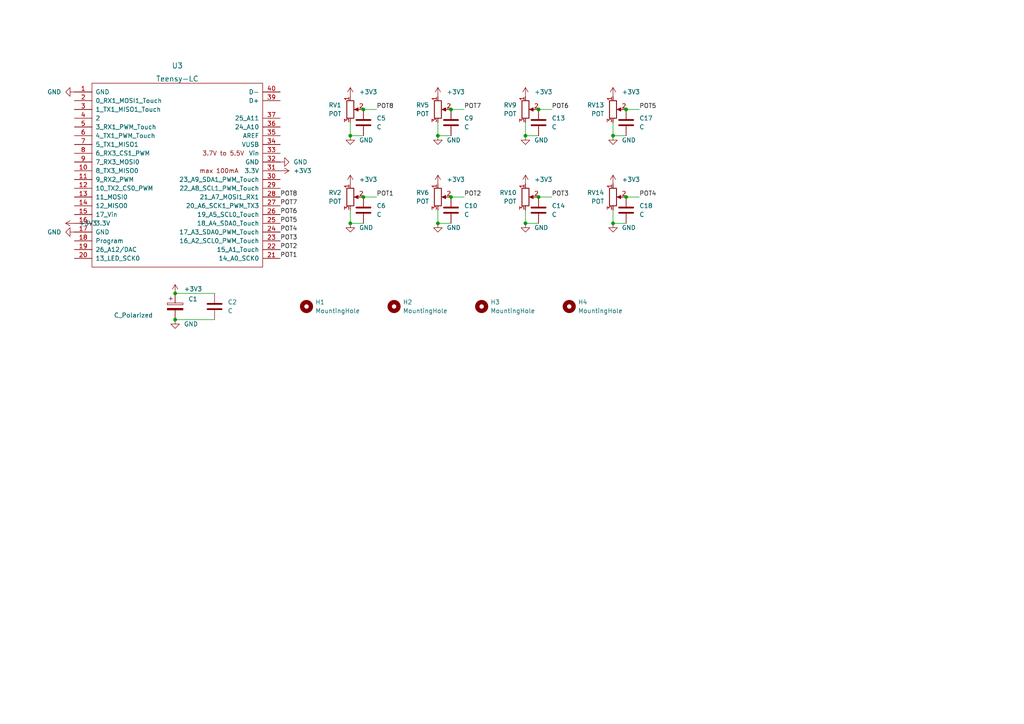
<source format=kicad_sch>
(kicad_sch (version 20211123) (generator eeschema)
  (paper "A4")
  (lib_symbols
    (symbol "Device:C" (pin_numbers hide) (pin_names (offset 0.254))
      (property "Reference" "C" (at 0.635 2.54 0))
      (property "Value" "C" (at 0.635 -2.54 0))
      (symbol "C_0_1"
        (polyline (pts (xy -2.032 -0.762) (xy 2.032 -0.762)) (stroke (width 0.508)))
        (polyline (pts (xy -2.032 0.762) (xy 2.032 0.762)) (stroke (width 0.508)))
      )
      (symbol "C_1_1"
        (pin passive line (at 0 3.81 270) (length 2.794) (name "~") (number "1"))
        (pin passive line (at 0 -3.81 90) (length 2.794) (name "~") (number "2"))
      )
    )
    (symbol "Device:C_Polarized" (pin_numbers hide) (pin_names (offset 0.254))
      (property "Reference" "C" (at 0.635 2.54 0))
      (property "Value" "C_Polarized" (at 0.635 -2.54 0))
      (symbol "C_Polarized_0_1"
        (rectangle (start -2.286 0.508) (end 2.286 1.016))
        (polyline (pts (xy -1.778 2.286) (xy -0.762 2.286)))
        (polyline (pts (xy -1.27 2.794) (xy -1.27 1.778)))
        (rectangle (start 2.286 -0.508) (end -2.286 -1.016) (fill (type outline)))
      )
      (symbol "C_Polarized_1_1"
        (pin passive line (at 0 3.81 270) (length 2.794) (name "~") (number "1"))
        (pin passive line (at 0 -3.81 90) (length 2.794) (name "~") (number "2"))
      )
    )
    (symbol "Device:R_Potentiometer" (pin_names (offset 1.016) hide)
      (property "Reference" "RV" (at -4.445 0 90))
      (property "Value" "R_Potentiometer" (at -2.54 0 90))
      (symbol "R_Potentiometer_0_1"
        (polyline (pts (xy 2.54 0) (xy 1.524 0)))
        (polyline (pts (xy 1.143 0) (xy 2.286 0.508) (xy 2.286 -0.508) (xy 1.143 0)) (fill (type outline)))
        (rectangle (start 1.016 2.54) (end -1.016 -2.54) (stroke (width 0.254)))
      )
      (symbol "R_Potentiometer_1_1"
        (pin passive line (at 0 3.81 270) (length 1.27) (name "1") (number "1"))
        (pin passive line (at 3.81 0 180) (length 1.27) (name "2") (number "2"))
        (pin passive line (at 0 -3.81 90) (length 1.27) (name "3") (number "3"))
      )
    )
    (symbol "Mechanical:MountingHole" (pin_names (offset 1.016))
      (property "Reference" "H" (at 0 5.08 0))
      (property "Value" "MountingHole" (at 0 3.175 0))
      (symbol "MountingHole_0_1"
        (circle (center 0 0) (radius 1.27) (stroke (width 1.27)))
      )
    )
    (symbol "power:+3V3" (power) (pin_names (offset 0))
      (property "Value" "+3V3" (at 0 3.556 0))
      (symbol "+3V3_0_1"
        (polyline (pts (xy -0.762 1.27) (xy 0 2.54)))
        (polyline (pts (xy 0 0) (xy 0 2.54)))
        (polyline (pts (xy 0 2.54) (xy 0.762 1.27)))
      )
      (symbol "+3V3_1_1"
        (pin power_in line (at 0 0 90) (length 0) hide (name "+3V3") (number "1"))
      )
    )
    (symbol "power:GND" (power) (pin_names (offset 0))
      (property "Value" "GND" (at 0 -3.81 0))
      (symbol "GND_0_1"
        (polyline (pts (xy 0 0) (xy 0 -1.27) (xy 1.27 -1.27) (xy 0 -2.54) (xy -1.27 -1.27) (xy 0 -1.27)))
      )
      (symbol "GND_1_1"
        (pin power_in line (at 0 0 270) (length 0) hide (name "GND") (number "1"))
      )
    )
    (symbol "teensy:Teensy-LC" (pin_names (offset 1.016))
      (property "Reference" "U" (at 0 29.21 0))
      (property "Value" "Teensy-LC" (at 0 -29.21 0))
      (symbol "Teensy-LC_0_0"
        (text "3.7V to 5.5V" (at 13.97 6.35 0) (effects (font (size 1.27 1.27))))
        (text "max 100mA" (at 12.7 1.27 0) (effects (font (size 1.27 1.27))))
      )
      (symbol "Teensy-LC_0_1"
        (rectangle (start -24.13 26.67) (end 25.4 -26.67))
      )
      (symbol "Teensy-LC_1_1"
        (pin power_in line (at -29.21 24.13 0) (length 5.08) (name "GND") (number "1"))
        (pin bidirectional line (at -29.21 1.27 0) (length 5.08) (name "8_TX3_MISO0") (number "10"))
        (pin bidirectional line (at -29.21 -1.27 0) (length 5.08) (name "9_RX2_PWM") (number "11"))
        (pin bidirectional line (at -29.21 -3.81 0) (length 5.08) (name "10_TX2_CS0_PWM") (number "12"))
        (pin bidirectional line (at -29.21 -6.35 0) (length 5.08) (name "11_MOSI0") (number "13"))
        (pin bidirectional line (at -29.21 -8.89 0) (length 5.08) (name "12_MISO0") (number "14"))
        (pin output line (at -29.21 -11.43 0) (length 5.08) (name "17_Vin") (number "15"))
        (pin power_in line (at -29.21 -13.97 0) (length 5.08) (name "3.3V") (number "16"))
        (pin power_in line (at -29.21 -16.51 0) (length 5.08) (name "GND") (number "17"))
        (pin input line (at -29.21 -19.05 0) (length 5.08) (name "Program") (number "18"))
        (pin bidirectional line (at -29.21 -21.59 0) (length 5.08) (name "26_A12/DAC") (number "19"))
        (pin bidirectional line (at -29.21 21.59 0) (length 5.08) (name "0_RX1_MOSI1_Touch") (number "2"))
        (pin bidirectional line (at -29.21 -24.13 0) (length 5.08) (name "13_LED_SCK0") (number "20"))
        (pin bidirectional line (at 30.48 -24.13 180) (length 5.08) (name "14_A0_SCK0") (number "21"))
        (pin bidirectional line (at 30.48 -21.59 180) (length 5.08) (name "15_A1_Touch") (number "22"))
        (pin bidirectional line (at 30.48 -19.05 180) (length 5.08) (name "16_A2_SCL0_PWM_Touch") (number "23"))
        (pin bidirectional line (at 30.48 -16.51 180) (length 5.08) (name "17_A3_SDA0_PWM_Touch") (number "24"))
        (pin bidirectional line (at 30.48 -13.97 180) (length 5.08) (name "18_A4_SDA0_Touch") (number "25"))
        (pin bidirectional line (at 30.48 -11.43 180) (length 5.08) (name "19_A5_SCL0_Touch") (number "26"))
        (pin bidirectional line (at 30.48 -8.89 180) (length 5.08) (name "20_A6_SCK1_PWM_TX3") (number "27"))
        (pin bidirectional line (at 30.48 -6.35 180) (length 5.08) (name "21_A7_MOSI1_RX1") (number "28"))
        (pin bidirectional line (at 30.48 -3.81 180) (length 5.08) (name "22_A8_SCL1_PWM_Touch") (number "29"))
        (pin bidirectional line (at -29.21 19.05 0) (length 5.08) (name "1_TX1_MISO1_Touch") (number "3"))
        (pin bidirectional line (at 30.48 -1.27 180) (length 5.08) (name "23_A9_SDA1_PWM_Touch") (number "30"))
        (pin power_out line (at 30.48 1.27 180) (length 5.08) (name "3.3V") (number "31"))
        (pin power_in line (at 30.48 3.81 180) (length 5.08) (name "GND") (number "32"))
        (pin power_in line (at 30.48 6.35 180) (length 5.08) (name "Vin") (number "33"))
        (pin power_in line (at 30.48 8.89 180) (length 5.08) (name "VUSB") (number "34"))
        (pin input line (at 30.48 11.43 180) (length 5.08) (name "AREF") (number "35"))
        (pin bidirectional line (at 30.48 13.97 180) (length 5.08) (name "24_A10") (number "36"))
        (pin bidirectional line (at 30.48 16.51 180) (length 5.08) (name "25_A11") (number "37"))
        (pin bidirectional line (at 30.48 21.59 180) (length 5.08) (name "D+") (number "39"))
        (pin bidirectional line (at -29.21 16.51 0) (length 5.08) (name "2") (number "4"))
        (pin bidirectional line (at 30.48 24.13 180) (length 5.08) (name "D-") (number "40"))
        (pin bidirectional line (at -29.21 13.97 0) (length 5.08) (name "3_RX1_PWM_Touch") (number "5"))
        (pin bidirectional line (at -29.21 11.43 0) (length 5.08) (name "4_TX1_PWM_Touch") (number "6"))
        (pin bidirectional line (at -29.21 8.89 0) (length 5.08) (name "5_TX1_MISO1") (number "7"))
        (pin bidirectional line (at -29.21 6.35 0) (length 5.08) (name "6_RX3_CS1_PWM") (number "8"))
        (pin bidirectional line (at -29.21 3.81 0) (length 5.08) (name "7_RX3_MOSI0") (number "9"))
      )
    )
  )
  (junction (at 177.8 64.77))
  (junction (at 156.21 31.75))
  (junction (at 50.8 85.09))
  (junction (at 105.41 57.15))
  (junction (at 181.61 31.75))
  (junction (at 130.81 31.75))
  (junction (at 127 64.77))
  (junction (at 50.8 92.71))
  (junction (at 127 39.37))
  (junction (at 101.6 39.37))
  (junction (at 177.8 39.37))
  (junction (at 130.81 57.15))
  (junction (at 156.21 57.15))
  (junction (at 152.4 39.37))
  (junction (at 105.41 31.75))
  (junction (at 181.61 57.15))
  (junction (at 152.4 64.77))
  (junction (at 101.6 64.77))
  (wire (pts (xy 105.41 57.15) (xy 109.22 57.15)))
  (wire (pts (xy 181.61 57.15) (xy 185.42 57.15)))
  (wire (pts (xy 152.4 64.77) (xy 152.4 60.96)))
  (wire (pts (xy 101.6 39.37) (xy 101.6 35.56)))
  (wire (pts (xy 101.6 64.77) (xy 101.6 60.96)))
  (wire (pts (xy 50.8 92.71) (xy 62.23 92.71)))
  (wire (pts (xy 152.4 64.77) (xy 156.21 64.77)))
  (wire (pts (xy 177.8 64.77) (xy 177.8 60.96)))
  (wire (pts (xy 127 39.37) (xy 130.81 39.37)))
  (wire (pts (xy 50.8 85.09) (xy 62.23 85.09)))
  (wire (pts (xy 152.4 39.37) (xy 152.4 35.56)))
  (wire (pts (xy 127 39.37) (xy 127 35.56)))
  (wire (pts (xy 152.4 39.37) (xy 156.21 39.37)))
  (wire (pts (xy 181.61 31.75) (xy 185.42 31.75)))
  (wire (pts (xy 130.81 57.15) (xy 134.62 57.15)))
  (wire (pts (xy 177.8 64.77) (xy 181.61 64.77)))
  (wire (pts (xy 101.6 64.77) (xy 105.41 64.77)))
  (wire (pts (xy 156.21 31.75) (xy 160.02 31.75)))
  (wire (pts (xy 127 64.77) (xy 127 60.96)))
  (wire (pts (xy 105.41 31.75) (xy 109.22 31.75)))
  (wire (pts (xy 130.81 31.75) (xy 134.62 31.75)))
  (wire (pts (xy 156.21 57.15) (xy 160.02 57.15)))
  (wire (pts (xy 101.6 39.37) (xy 105.41 39.37)))
  (wire (pts (xy 127 64.77) (xy 130.81 64.77)))
  (wire (pts (xy 177.8 39.37) (xy 177.8 35.56)))
  (wire (pts (xy 177.8 39.37) (xy 181.61 39.37)))
  (label "POT1" (at 81.28 74.93 0))
  (label "POT8" (at 81.28 57.15 0))
  (label "POT5" (at 185.42 31.75 0))
  (label "POT2" (at 81.28 72.39 0))
  (label "POT4" (at 81.28 67.31 0))
  (label "POT8" (at 109.22 31.75 0))
  (label "POT3" (at 81.28 69.85 0))
  (label "POT3" (at 160.02 57.15 0))
  (label "POT2" (at 134.62 57.15 0))
  (label "POT4" (at 185.42 57.15 0))
  (label "POT7" (at 81.28 59.69 0))
  (label "POT6" (at 160.02 31.75 0))
  (label "POT6" (at 81.28 62.23 0))
  (label "POT1" (at 109.22 57.15 0))
  (label "POT7" (at 134.62 31.75 0))
  (label "POT5" (at 81.28 64.77 0))
  (symbol (lib_id "power:GND") (at 177.8 39.37 0) (unit 1)
    (property "Reference" "#PWR042" (effects hide))
    (property "Value" "GND" (at 180.34 40.6399 0) (effects (justify left)))
  )
  (symbol (lib_id "power:+3V3") (at 81.28 49.53 270) (unit 1)
    (property "Reference" "#PWR016" (effects hide))
    (property "Value" "+3V3" (at 85.09 49.5299 90) (effects (justify left)))
  )
  (symbol (lib_id "Mechanical:MountingHole") (at 139.7 88.9 0) (unit 1)
    (property "Reference" "H3" (at 142.24 87.6299 0) (effects (justify left)))
    (property "Value" "MountingHole" (at 142.24 90.1699 0) (effects (justify left)))
    (property "Footprint" "MountingHole:MountingHole_3.2mm_M3" (effects hide))
  )
  (symbol (lib_id "Device:C") (at 130.81 35.56 0) (unit 1)
    (property "Reference" "C9" (at 134.62 34.2899 0) (effects (justify left)))
    (property "Value" "C" (at 134.62 36.8299 0) (effects (justify left)))
    (property "Footprint" "Capacitor_SMD:C_0805_2012Metric_Pad1.18x1.45mm_HandSolder" (effects hide))
  )
  (symbol (lib_id "power:GND") (at 81.28 46.99 90) (unit 1)
    (property "Reference" "#PWR0103" (effects hide))
    (property "Value" "GND" (at 85.09 46.9899 90) (effects (justify right)))
  )
  (symbol (lib_id "Mechanical:MountingHole") (at 114.3 88.9 0) (unit 1)
    (property "Reference" "H2" (at 116.84 87.6299 0) (effects (justify left)))
    (property "Value" "MountingHole" (at 116.84 90.1699 0) (effects (justify left)))
    (property "Footprint" "MountingHole:MountingHole_3.2mm_M3" (effects hide))
  )
  (symbol (lib_id "Device:C_Polarized") (at 50.8 88.9 0) (unit 1)
    (property "Reference" "C1" (at 54.61 86.7409 0) (effects (justify left)))
    (property "Value" "C_Polarized" (at 33.02 91.44 0) (effects (justify left)))
    (property "Footprint" "Extra Parts:CAP_EEEFN1E100R" (effects hide))
  )
  (symbol (lib_id "Device:C") (at 130.81 60.96 0) (unit 1)
    (property "Reference" "C10" (at 134.62 59.6899 0) (effects (justify left)))
    (property "Value" "C" (at 134.62 62.2299 0) (effects (justify left)))
    (property "Footprint" "Capacitor_SMD:C_0805_2012Metric_Pad1.18x1.45mm_HandSolder" (effects hide))
  )
  (symbol (lib_id "power:+3V3") (at 127 53.34 0) (unit 1)
    (property "Reference" "#PWR027" (effects hide))
    (property "Value" "+3V3" (at 129.54 52.0699 0) (effects (justify left)))
  )
  (symbol (lib_id "Device:R_Potentiometer") (at 101.6 57.15 0) (unit 1)
    (property "Reference" "RV2" (at 99.06 55.8799 0) (effects (justify right)))
    (property "Value" "POT" (at 99.06 58.4199 0) (effects (justify right)))
    (property "Footprint" "Potentiometer_THT:Potentiometer_Alps_RK09K_Single_Vertical" (effects hide))
  )
  (symbol (lib_id "power:+3V3") (at 101.6 53.34 0) (unit 1)
    (property "Reference" "#PWR019" (effects hide))
    (property "Value" "+3V3" (at 104.14 52.0699 0) (effects (justify left)))
  )
  (symbol (lib_id "power:GND") (at 21.59 67.31 270) (unit 1)
    (property "Reference" "#PWR03" (effects hide))
    (property "Value" "GND" (at 17.78 67.3099 90) (effects (justify right)))
  )
  (symbol (lib_id "Mechanical:MountingHole") (at 165.1 88.9 0) (unit 1)
    (property "Reference" "H4" (at 167.64 87.6299 0) (effects (justify left)))
    (property "Value" "MountingHole" (at 167.64 90.1699 0) (effects (justify left)))
    (property "Footprint" "MountingHole:MountingHole_3.2mm_M3" (effects hide))
  )
  (symbol (lib_id "power:GND") (at 127 39.37 0) (unit 1)
    (property "Reference" "#PWR026" (effects hide))
    (property "Value" "GND" (at 129.54 40.6399 0) (effects (justify left)))
  )
  (symbol (lib_id "Device:R_Potentiometer") (at 152.4 31.75 0) (unit 1)
    (property "Reference" "RV9" (at 149.86 30.4799 0) (effects (justify right)))
    (property "Value" "POT" (at 149.86 33.0199 0) (effects (justify right)))
    (property "Footprint" "Potentiometer_THT:Potentiometer_Alps_RK09K_Single_Vertical" (effects hide))
  )
  (symbol (lib_id "Device:R_Potentiometer") (at 152.4 57.15 0) (unit 1)
    (property "Reference" "RV10" (at 149.86 55.8799 0) (effects (justify right)))
    (property "Value" "POT" (at 149.86 58.4199 0) (effects (justify right)))
    (property "Footprint" "Potentiometer_THT:Potentiometer_Alps_RK09K_Single_Vertical" (effects hide))
  )
  (symbol (lib_id "Device:C") (at 181.61 35.56 0) (unit 1)
    (property "Reference" "C17" (at 185.42 34.2899 0) (effects (justify left)))
    (property "Value" "C" (at 185.42 36.8299 0) (effects (justify left)))
    (property "Footprint" "Capacitor_SMD:C_0805_2012Metric_Pad1.18x1.45mm_HandSolder" (effects hide))
  )
  (symbol (lib_id "Device:C") (at 181.61 60.96 0) (unit 1)
    (property "Reference" "C18" (at 185.42 59.6899 0) (effects (justify left)))
    (property "Value" "C" (at 185.42 62.2299 0) (effects (justify left)))
    (property "Footprint" "Capacitor_SMD:C_0805_2012Metric_Pad1.18x1.45mm_HandSolder" (effects hide))
  )
  (symbol (lib_id "power:GND") (at 152.4 64.77 0) (unit 1)
    (property "Reference" "#PWR036" (effects hide))
    (property "Value" "GND" (at 154.94 66.0399 0) (effects (justify left)))
  )
  (symbol (lib_id "Device:R_Potentiometer") (at 101.6 31.75 0) (unit 1)
    (property "Reference" "RV1" (at 99.06 30.4799 0) (effects (justify right)))
    (property "Value" "POT" (at 99.06 33.0199 0) (effects (justify right)))
    (property "Footprint" "Potentiometer_THT:Potentiometer_Alps_RK09K_Single_Vertical" (effects hide))
  )
  (symbol (lib_id "power:+3V3") (at 101.6 27.94 0) (unit 1)
    (property "Reference" "#PWR017" (effects hide))
    (property "Value" "+3V3" (at 104.14 26.6699 0) (effects (justify left)))
  )
  (symbol (lib_id "power:GND") (at 152.4 39.37 0) (unit 1)
    (property "Reference" "#PWR034" (effects hide))
    (property "Value" "GND" (at 154.94 40.6399 0) (effects (justify left)))
  )
  (symbol (lib_id "Device:R_Potentiometer") (at 177.8 57.15 0) (unit 1)
    (property "Reference" "RV14" (at 175.26 55.8799 0) (effects (justify right)))
    (property "Value" "POT" (at 175.26 58.4199 0) (effects (justify right)))
    (property "Footprint" "Potentiometer_THT:Potentiometer_Alps_RK09K_Single_Vertical" (effects hide))
  )
  (symbol (lib_id "Device:C") (at 105.41 60.96 0) (unit 1)
    (property "Reference" "C6" (at 109.22 59.6899 0) (effects (justify left)))
    (property "Value" "C" (at 109.22 62.2299 0) (effects (justify left)))
    (property "Footprint" "Capacitor_SMD:C_0805_2012Metric_Pad1.18x1.45mm_HandSolder" (effects hide))
  )
  (symbol (lib_id "Mechanical:MountingHole") (at 88.9 88.9 0) (unit 1)
    (property "Reference" "H1" (at 91.44 87.6299 0) (effects (justify left)))
    (property "Value" "MountingHole" (at 91.44 90.1699 0) (effects (justify left)))
    (property "Footprint" "MountingHole:MountingHole_3.2mm_M3" (effects hide))
  )
  (symbol (lib_id "Device:R_Potentiometer") (at 177.8 31.75 0) (unit 1)
    (property "Reference" "RV13" (at 175.26 30.4799 0) (effects (justify right)))
    (property "Value" "POT" (at 175.26 33.0199 0) (effects (justify right)))
    (property "Footprint" "Potentiometer_THT:Potentiometer_Alps_RK09K_Single_Vertical" (effects hide))
  )
  (symbol (lib_id "Device:C") (at 105.41 35.56 0) (unit 1)
    (property "Reference" "C5" (at 109.22 34.2899 0) (effects (justify left)))
    (property "Value" "C" (at 109.22 36.8299 0) (effects (justify left)))
    (property "Footprint" "Capacitor_SMD:C_0805_2012Metric_Pad1.18x1.45mm_HandSolder" (effects hide))
  )
  (symbol (lib_id "Device:R_Potentiometer") (at 127 31.75 0) (unit 1)
    (property "Reference" "RV5" (at 124.46 30.4799 0) (effects (justify right)))
    (property "Value" "POT" (at 124.46 33.0199 0) (effects (justify right)))
    (property "Footprint" "Potentiometer_THT:Potentiometer_Alps_RK09K_Single_Vertical" (effects hide))
  )
  (symbol (lib_id "power:+3V3") (at 177.8 53.34 0) (unit 1)
    (property "Reference" "#PWR043" (effects hide))
    (property "Value" "+3V3" (at 180.34 52.0699 0) (effects (justify left)))
  )
  (symbol (lib_id "power:+3V3") (at 152.4 27.94 0) (unit 1)
    (property "Reference" "#PWR033" (effects hide))
    (property "Value" "+3V3" (at 154.94 26.6699 0) (effects (justify left)))
  )
  (symbol (lib_id "power:+3V3") (at 21.59 64.77 90) (unit 1)
    (property "Reference" "#PWR02" (effects hide))
    (property "Value" "+3V3" (at 22.86 64.7699 90) (effects (justify right)))
  )
  (symbol (lib_id "Device:C") (at 62.23 88.9 0) (unit 1)
    (property "Reference" "C2" (at 66.04 87.6299 0) (effects (justify left)))
    (property "Value" "C" (at 66.04 90.1699 0) (effects (justify left)))
    (property "Footprint" "Capacitor_SMD:C_0805_2012Metric_Pad1.18x1.45mm_HandSolder" (effects hide))
  )
  (symbol (lib_id "power:GND") (at 177.8 64.77 0) (unit 1)
    (property "Reference" "#PWR044" (effects hide))
    (property "Value" "GND" (at 180.34 66.0399 0) (effects (justify left)))
  )
  (symbol (lib_id "power:+3V3") (at 177.8 27.94 0) (unit 1)
    (property "Reference" "#PWR041" (effects hide))
    (property "Value" "+3V3" (at 180.34 26.6699 0) (effects (justify left)))
  )
  (symbol (lib_id "power:GND") (at 101.6 39.37 0) (unit 1)
    (property "Reference" "#PWR018" (effects hide))
    (property "Value" "GND" (at 104.14 40.6399 0) (effects (justify left)))
  )
  (symbol (lib_id "power:+3V3") (at 127 27.94 0) (unit 1)
    (property "Reference" "#PWR025" (effects hide))
    (property "Value" "+3V3" (at 129.54 26.6699 0) (effects (justify left)))
  )
  (symbol (lib_id "power:GND") (at 21.59 26.67 270) (unit 1)
    (property "Reference" "#PWR01" (effects hide))
    (property "Value" "GND" (at 17.78 26.6699 90) (effects (justify right)))
  )
  (symbol (lib_id "power:+3V3") (at 50.8 85.09 0) (unit 1)
    (property "Reference" "#PWR0101" (effects hide))
    (property "Value" "+3V3" (at 53.34 83.8199 0) (effects (justify left)))
  )
  (symbol (lib_id "Device:C") (at 156.21 35.56 0) (unit 1)
    (property "Reference" "C13" (at 160.02 34.2899 0) (effects (justify left)))
    (property "Value" "C" (at 160.02 36.8299 0) (effects (justify left)))
    (property "Footprint" "Capacitor_SMD:C_0805_2012Metric_Pad1.18x1.45mm_HandSolder" (effects hide))
  )
  (symbol (lib_id "power:+3V3") (at 152.4 53.34 0) (unit 1)
    (property "Reference" "#PWR035" (effects hide))
    (property "Value" "+3V3" (at 154.94 52.0699 0) (effects (justify left)))
  )
  (symbol (lib_id "Device:C") (at 156.21 60.96 0) (unit 1)
    (property "Reference" "C14" (at 160.02 59.6899 0) (effects (justify left)))
    (property "Value" "C" (at 160.02 62.2299 0) (effects (justify left)))
    (property "Footprint" "Capacitor_SMD:C_0805_2012Metric_Pad1.18x1.45mm_HandSolder" (effects hide))
  )
  (symbol (lib_id "teensy:Teensy-LC") (at 50.8 50.8 0) (unit 1)
    (property "Reference" "U3" (at 51.435 19.05 0) (effects (font (size 1.524 1.524))))
    (property "Value" "Teensy-LC" (at 51.435 22.86 0) (effects (font (size 1.524 1.524))))
    (property "Footprint" "Extra Parts:Teensy30_31_32_LC" (effects hide))
  )
  (symbol (lib_id "Device:R_Potentiometer") (at 127 57.15 0) (unit 1)
    (property "Reference" "RV6" (at 124.46 55.8799 0) (effects (justify right)))
    (property "Value" "POT" (at 124.46 58.4199 0) (effects (justify right)))
    (property "Footprint" "Potentiometer_THT:Potentiometer_Alps_RK09K_Single_Vertical" (effects hide))
  )
  (symbol (lib_id "power:GND") (at 101.6 64.77 0) (unit 1)
    (property "Reference" "#PWR020" (effects hide))
    (property "Value" "GND" (at 104.14 66.0399 0) (effects (justify left)))
  )
  (symbol (lib_id "power:GND") (at 50.8 92.71 0) (unit 1)
    (property "Reference" "#PWR0102" (effects hide))
    (property "Value" "GND" (at 53.34 93.9799 0) (effects (justify left)))
  )
  (symbol (lib_id "power:GND") (at 127 64.77 0) (unit 1)
    (property "Reference" "#PWR028" (effects hide))
    (property "Value" "GND" (at 129.54 66.0399 0) (effects (justify left)))
  )
)
</source>
